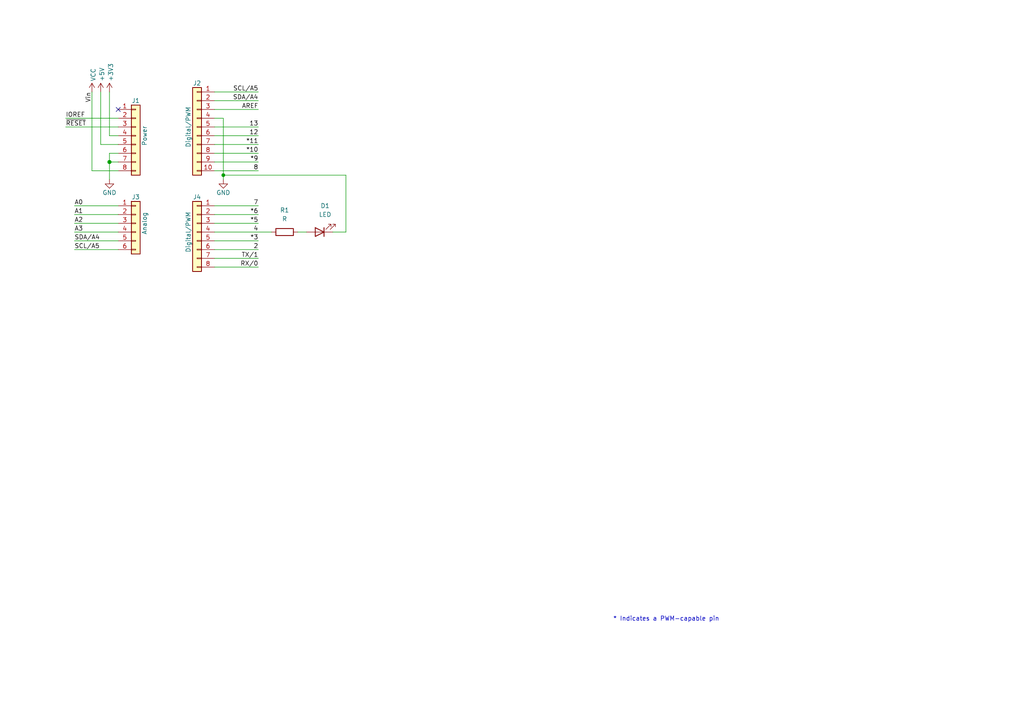
<source format=kicad_sch>
(kicad_sch (version 20230121) (generator eeschema)
  (paper "A4")
  (title_block (date "mar. 31 mars 2015"))
  (lib_symbols
    (symbol "Connector_Generic:Conn_01x06" (pin_names (offset 1.016) hide)
      (property "Reference" "J" (at 0 7.62 0))
      (property "Value" "Conn_01x06" (at 0 -10.16 0))
      (symbol "Conn_01x06_1_1"
        (rectangle (start -1.27 -7.493) (end 0 -7.747) (stroke (width 0.1524)))
        (rectangle (start -1.27 -4.953) (end 0 -5.207) (stroke (width 0.1524)))
        (rectangle (start -1.27 -2.413) (end 0 -2.667) (stroke (width 0.1524)))
        (rectangle (start -1.27 0.127) (end 0 -0.127) (stroke (width 0.1524)))
        (rectangle (start -1.27 2.667) (end 0 2.413) (stroke (width 0.1524)))
        (rectangle (start -1.27 5.207) (end 0 4.953) (stroke (width 0.1524)))
        (rectangle (start -1.27 6.35) (end 1.27 -8.89) (stroke (width 0.254)) (fill (type background)))
        (pin passive line (at -5.08 5.08 0) (length 3.81) (name "Pin_1") (number "1"))
        (pin passive line (at -5.08 2.54 0) (length 3.81) (name "Pin_2") (number "2"))
        (pin passive line (at -5.08 0 0) (length 3.81) (name "Pin_3") (number "3"))
        (pin passive line (at -5.08 -2.54 0) (length 3.81) (name "Pin_4") (number "4"))
        (pin passive line (at -5.08 -5.08 0) (length 3.81) (name "Pin_5") (number "5"))
        (pin passive line (at -5.08 -7.62 0) (length 3.81) (name "Pin_6") (number "6"))
      )
    )
    (symbol "Connector_Generic:Conn_01x08" (pin_names (offset 1.016) hide)
      (property "Reference" "J" (at 0 10.16 0))
      (property "Value" "Conn_01x08" (at 0 -12.7 0))
      (symbol "Conn_01x08_1_1"
        (rectangle (start -1.27 -10.033) (end 0 -10.287) (stroke (width 0.1524)))
        (rectangle (start -1.27 -7.493) (end 0 -7.747) (stroke (width 0.1524)))
        (rectangle (start -1.27 -4.953) (end 0 -5.207) (stroke (width 0.1524)))
        (rectangle (start -1.27 -2.413) (end 0 -2.667) (stroke (width 0.1524)))
        (rectangle (start -1.27 0.127) (end 0 -0.127) (stroke (width 0.1524)))
        (rectangle (start -1.27 2.667) (end 0 2.413) (stroke (width 0.1524)))
        (rectangle (start -1.27 5.207) (end 0 4.953) (stroke (width 0.1524)))
        (rectangle (start -1.27 7.747) (end 0 7.493) (stroke (width 0.1524)))
        (rectangle (start -1.27 8.89) (end 1.27 -11.43) (stroke (width 0.254)) (fill (type background)))
        (pin passive line (at -5.08 7.62 0) (length 3.81) (name "Pin_1") (number "1"))
        (pin passive line (at -5.08 5.08 0) (length 3.81) (name "Pin_2") (number "2"))
        (pin passive line (at -5.08 2.54 0) (length 3.81) (name "Pin_3") (number "3"))
        (pin passive line (at -5.08 0 0) (length 3.81) (name "Pin_4") (number "4"))
        (pin passive line (at -5.08 -2.54 0) (length 3.81) (name "Pin_5") (number "5"))
        (pin passive line (at -5.08 -5.08 0) (length 3.81) (name "Pin_6") (number "6"))
        (pin passive line (at -5.08 -7.62 0) (length 3.81) (name "Pin_7") (number "7"))
        (pin passive line (at -5.08 -10.16 0) (length 3.81) (name "Pin_8") (number "8"))
      )
    )
    (symbol "Connector_Generic:Conn_01x10" (pin_names (offset 1.016) hide)
      (property "Reference" "J" (at 0 12.7 0))
      (property "Value" "Conn_01x10" (at 0 -15.24 0))
      (symbol "Conn_01x10_1_1"
        (rectangle (start -1.27 -12.573) (end 0 -12.827) (stroke (width 0.1524)))
        (rectangle (start -1.27 -10.033) (end 0 -10.287) (stroke (width 0.1524)))
        (rectangle (start -1.27 -7.493) (end 0 -7.747) (stroke (width 0.1524)))
        (rectangle (start -1.27 -4.953) (end 0 -5.207) (stroke (width 0.1524)))
        (rectangle (start -1.27 -2.413) (end 0 -2.667) (stroke (width 0.1524)))
        (rectangle (start -1.27 0.127) (end 0 -0.127) (stroke (width 0.1524)))
        (rectangle (start -1.27 2.667) (end 0 2.413) (stroke (width 0.1524)))
        (rectangle (start -1.27 5.207) (end 0 4.953) (stroke (width 0.1524)))
        (rectangle (start -1.27 7.747) (end 0 7.493) (stroke (width 0.1524)))
        (rectangle (start -1.27 10.287) (end 0 10.033) (stroke (width 0.1524)))
        (rectangle (start -1.27 11.43) (end 1.27 -13.97) (stroke (width 0.254)) (fill (type background)))
        (pin passive line (at -5.08 10.16 0) (length 3.81) (name "Pin_1") (number "1"))
        (pin passive line (at -5.08 -12.7 0) (length 3.81) (name "Pin_10") (number "10"))
        (pin passive line (at -5.08 7.62 0) (length 3.81) (name "Pin_2") (number "2"))
        (pin passive line (at -5.08 5.08 0) (length 3.81) (name "Pin_3") (number "3"))
        (pin passive line (at -5.08 2.54 0) (length 3.81) (name "Pin_4") (number "4"))
        (pin passive line (at -5.08 0 0) (length 3.81) (name "Pin_5") (number "5"))
        (pin passive line (at -5.08 -2.54 0) (length 3.81) (name "Pin_6") (number "6"))
        (pin passive line (at -5.08 -5.08 0) (length 3.81) (name "Pin_7") (number "7"))
        (pin passive line (at -5.08 -7.62 0) (length 3.81) (name "Pin_8") (number "8"))
        (pin passive line (at -5.08 -10.16 0) (length 3.81) (name "Pin_9") (number "9"))
      )
    )
    (symbol "Device:LED" (pin_numbers hide) (pin_names (offset 1.016) hide)
      (property "Reference" "D" (at 0 2.54 0))
      (property "Value" "LED" (at 0 -2.54 0))
      (symbol "LED_0_1"
        (polyline (pts (xy -1.27 -1.27) (xy -1.27 1.27)) (stroke (width 0.254)))
        (polyline (pts (xy -1.27 0) (xy 1.27 0)))
        (polyline (pts (xy 1.27 -1.27) (xy 1.27 1.27) (xy -1.27 0) (xy 1.27 -1.27)) (stroke (width 0.254)))
        (polyline (pts (xy -3.048 -0.762) (xy -4.572 -2.286) (xy -3.81 -2.286) (xy -4.572 -2.286) (xy -4.572 -1.524)))
        (polyline (pts (xy -1.778 -0.762) (xy -3.302 -2.286) (xy -2.54 -2.286) (xy -3.302 -2.286) (xy -3.302 -1.524)))
      )
      (symbol "LED_1_1"
        (pin passive line (at -3.81 0 0) (length 2.54) (name "K") (number "1"))
        (pin passive line (at 3.81 0 180) (length 2.54) (name "A") (number "2"))
      )
    )
    (symbol "Device:R" (pin_numbers hide) (pin_names (offset 0))
      (property "Reference" "R" (at 2.032 0 90))
      (property "Value" "R" (at 0 0 90))
      (symbol "R_0_1"
        (rectangle (start -1.016 -2.54) (end 1.016 2.54) (stroke (width 0.254)))
      )
      (symbol "R_1_1"
        (pin passive line (at 0 3.81 270) (length 1.27) (name "~") (number "1"))
        (pin passive line (at 0 -3.81 90) (length 1.27) (name "~") (number "2"))
      )
    )
    (symbol "power:+3V3" (power) (pin_names (offset 0))
      (property "Value" "+3V3" (at 0 3.556 0))
      (symbol "+3V3_0_1"
        (polyline (pts (xy -0.762 1.27) (xy 0 2.54)))
        (polyline (pts (xy 0 0) (xy 0 2.54)))
        (polyline (pts (xy 0 2.54) (xy 0.762 1.27)))
      )
      (symbol "+3V3_1_1"
        (pin power_in line (at 0 0 90) (length 0) hide (name "+3V3") (number "1"))
      )
    )
    (symbol "power:+5V" (power) (pin_names (offset 0))
      (property "Value" "+5V" (at 0 3.556 0))
      (symbol "+5V_0_1"
        (polyline (pts (xy -0.762 1.27) (xy 0 2.54)))
        (polyline (pts (xy 0 0) (xy 0 2.54)))
        (polyline (pts (xy 0 2.54) (xy 0.762 1.27)))
      )
      (symbol "+5V_1_1"
        (pin power_in line (at 0 0 90) (length 0) hide (name "+5V") (number "1"))
      )
    )
    (symbol "power:GND" (power) (pin_names (offset 0))
      (property "Value" "GND" (at 0 -3.81 0))
      (symbol "GND_0_1"
        (polyline (pts (xy 0 0) (xy 0 -1.27) (xy 1.27 -1.27) (xy 0 -2.54) (xy -1.27 -1.27) (xy 0 -1.27)))
      )
      (symbol "GND_1_1"
        (pin power_in line (at 0 0 270) (length 0) hide (name "GND") (number "1"))
      )
    )
    (symbol "power:VCC" (power) (pin_names (offset 0))
      (property "Value" "VCC" (at 0 3.81 0))
      (symbol "VCC_0_1"
        (polyline (pts (xy -0.762 1.27) (xy 0 2.54)))
        (polyline (pts (xy 0 0) (xy 0 2.54)))
        (polyline (pts (xy 0 2.54) (xy 0.762 1.27)))
      )
      (symbol "VCC_1_1"
        (pin power_in line (at 0 0 90) (length 0) hide (name "VCC") (number "1"))
      )
    )
  )
  (junction (at 31.75 46.99) (diameter 1.016))
  (junction (at 64.77 50.8))
  (no_connect (at 34.29 31.75))
  (wire (pts (xy 62.23 77.47) (xy 74.93 77.47)))
  (wire (pts (xy 62.23 44.45) (xy 74.93 44.45)))
  (wire (pts (xy 62.23 26.67) (xy 74.93 26.67)))
  (wire (pts (xy 31.75 44.45) (xy 31.75 46.99)))
  (wire (pts (xy 21.59 72.39) (xy 34.29 72.39)))
  (wire (pts (xy 64.77 50.8) (xy 64.77 52.07)))
  (wire (pts (xy 31.75 46.99) (xy 31.75 52.07)))
  (wire (pts (xy 31.75 39.37) (xy 34.29 39.37)))
  (wire (pts (xy 29.21 41.91) (xy 34.29 41.91)))
  (wire (pts (xy 29.21 26.67) (xy 29.21 41.91)))
  (wire (pts (xy 100.33 67.31) (xy 100.33 50.8)))
  (wire (pts (xy 62.23 36.83) (xy 74.93 36.83)))
  (wire (pts (xy 31.75 26.67) (xy 31.75 39.37)))
  (wire (pts (xy 62.23 59.69) (xy 74.93 59.69)))
  (wire (pts (xy 34.29 59.69) (xy 21.59 59.69)))
  (wire (pts (xy 62.23 39.37) (xy 74.93 39.37)))
  (wire (pts (xy 62.23 62.23) (xy 74.93 62.23)))
  (wire (pts (xy 62.23 46.99) (xy 74.93 46.99)))
  (wire (pts (xy 19.05 34.29) (xy 34.29 34.29)))
  (wire (pts (xy 96.52 67.31) (xy 100.33 67.31)))
  (wire (pts (xy 62.23 31.75) (xy 74.93 31.75)))
  (wire (pts (xy 64.77 50.8) (xy 100.33 50.8)))
  (wire (pts (xy 34.29 64.77) (xy 21.59 64.77)))
  (wire (pts (xy 19.05 36.83) (xy 34.29 36.83)))
  (wire (pts (xy 34.29 46.99) (xy 31.75 46.99)))
  (wire (pts (xy 34.29 49.53) (xy 26.67 49.53)))
  (wire (pts (xy 21.59 62.23) (xy 34.29 62.23)))
  (wire (pts (xy 86.36 67.31) (xy 88.9 67.31)))
  (wire (pts (xy 62.23 67.31) (xy 78.74 67.31)))
  (wire (pts (xy 62.23 34.29) (xy 64.77 34.29)))
  (wire (pts (xy 34.29 44.45) (xy 31.75 44.45)))
  (wire (pts (xy 64.77 34.29) (xy 64.77 50.8)))
  (wire (pts (xy 62.23 41.91) (xy 74.93 41.91)))
  (wire (pts (xy 62.23 64.77) (xy 74.93 64.77)))
  (wire (pts (xy 21.59 67.31) (xy 34.29 67.31)))
  (wire (pts (xy 62.23 29.21) (xy 74.93 29.21)))
  (wire (pts (xy 62.23 72.39) (xy 74.93 72.39)))
  (wire (pts (xy 62.23 69.85) (xy 74.93 69.85)))
  (wire (pts (xy 62.23 74.93) (xy 74.93 74.93)))
  (wire (pts (xy 26.67 49.53) (xy 26.67 26.67)))
  (wire (pts (xy 34.29 69.85) (xy 21.59 69.85)))
  (wire (pts (xy 62.23 49.53) (xy 74.93 49.53)))
  (text "* Indicates a PWM-capable pin" (at 177.8 180.34 0) (effects (font (size 1.27 1.27)) (justify left bottom)))
  (label "RX{slash}0" (at 74.93 77.47 180))
  (label "A2" (at 21.59 64.77 0))
  (label "4" (at 74.93 67.31 180))
  (label "2" (at 74.93 72.39 180))
  (label "A3" (at 21.59 67.31 0))
  (label "13" (at 74.93 36.83 180))
  (label "12" (at 74.93 39.37 180))
  (label "~{RESET}" (at 19.05 36.83 0))
  (label "*10" (at 74.93 44.45 180))
  (label "7" (at 74.93 59.69 180))
  (label "SDA{slash}A4" (at 74.93 29.21 180))
  (label "8" (at 74.93 49.53 180))
  (label "*11" (at 74.93 41.91 180))
  (label "*3" (at 74.93 69.85 180))
  (label "A1" (at 21.59 62.23 0))
  (label "TX{slash}1" (at 74.93 74.93 180))
  (label "A0" (at 21.59 59.69 0))
  (label "AREF" (at 74.93 31.75 180))
  (label "Vin" (at 26.67 26.67 270))
  (label "*6" (at 74.93 62.23 180))
  (label "SCL{slash}A5" (at 74.93 26.67 180))
  (label "*9" (at 74.93 46.99 180))
  (label "*5" (at 74.93 64.77 180))
  (label "IOREF" (at 19.05 34.29 0))
  (label "SDA{slash}A4" (at 21.59 69.85 0))
  (label "SCL{slash}A5" (at 21.59 72.39 0))
  (symbol (lib_id "Connector_Generic:Conn_01x08") (at 39.37 39.37 0) (unit 1)
    (property "Reference" "J1" (at 39.37 29.21 0))
    (property "Value" "Power" (at 41.91 39.37 90))
    (property "Footprint" "Connector_PinSocket_2.54mm:PinSocket_1x08_P2.54mm_Vertical" (effects hide))
  )
  (symbol (lib_id "power:+3V3") (at 31.75 26.67 0) (unit 1)
    (property "Reference" "#PWR03" (effects hide))
    (property "Value" "+3.3V" (at 32.131 23.622 90) (effects (justify left)))
  )
  (symbol (lib_id "power:+5V") (at 29.21 26.67 0) (unit 1)
    (property "Reference" "#PWR02" (effects hide))
    (property "Value" "+5V" (at 29.5656 23.622 90) (effects (justify left)))
  )
  (symbol (lib_id "power:GND") (at 31.75 52.07 0) (unit 1)
    (property "Reference" "#PWR04" (effects hide))
    (property "Value" "GND" (at 31.75 55.88 0))
  )
  (symbol (lib_id "Connector_Generic:Conn_01x10") (at 57.15 36.83 0) (mirror y) (unit 1)
    (property "Reference" "J2" (at 57.15 24.13 0))
    (property "Value" "Digital/PWM" (at 54.61 36.83 90))
    (property "Footprint" "Connector_PinSocket_2.54mm:PinSocket_1x10_P2.54mm_Vertical" (effects hide))
  )
  (symbol (lib_id "power:GND") (at 64.77 52.07 0) (unit 1)
    (property "Reference" "#PWR05" (effects hide))
    (property "Value" "GND" (at 64.77 55.88 0))
  )
  (symbol (lib_id "Connector_Generic:Conn_01x06") (at 39.37 64.77 0) (unit 1)
    (property "Reference" "J3" (at 39.37 57.15 0))
    (property "Value" "Analog" (at 41.91 64.77 90))
    (property "Footprint" "Connector_PinSocket_2.54mm:PinSocket_1x06_P2.54mm_Vertical" (effects hide))
  )
  (symbol (lib_id "Connector_Generic:Conn_01x08") (at 57.15 67.31 0) (mirror y) (unit 1)
    (property "Reference" "J4" (at 57.15 57.15 0))
    (property "Value" "Digital/PWM" (at 54.61 67.31 90))
    (property "Footprint" "Connector_PinSocket_2.54mm:PinSocket_1x08_P2.54mm_Vertical" (effects hide))
  )
  (symbol (lib_id "Device:R") (at 82.55 67.31 90) (unit 1)
    (property "Reference" "R1" (at 82.55 60.96 90))
    (property "Value" "R" (at 82.55 63.5 90))
    (property "Footprint" "Resistor_THT:R_Axial_DIN0204_L3.6mm_D1.6mm_P7.62mm_Horizontal" (effects hide))
  )
  (symbol (lib_id "Device:LED") (at 92.71 67.31 180) (unit 1)
    (property "Reference" "D1" (at 94.2975 59.69 0))
    (property "Value" "LED" (at 94.2975 62.23 0))
    (property "Footprint" "LED_THT:LED_D3.0mm" (effects hide))
  )
  (symbol (lib_id "power:VCC") (at 26.67 26.67 0) (unit 1)
    (property "Reference" "#PWR01" (effects hide))
    (property "Value" "VCC" (at 27.051 23.622 90) (effects (justify left)))
  )
)
</source>
